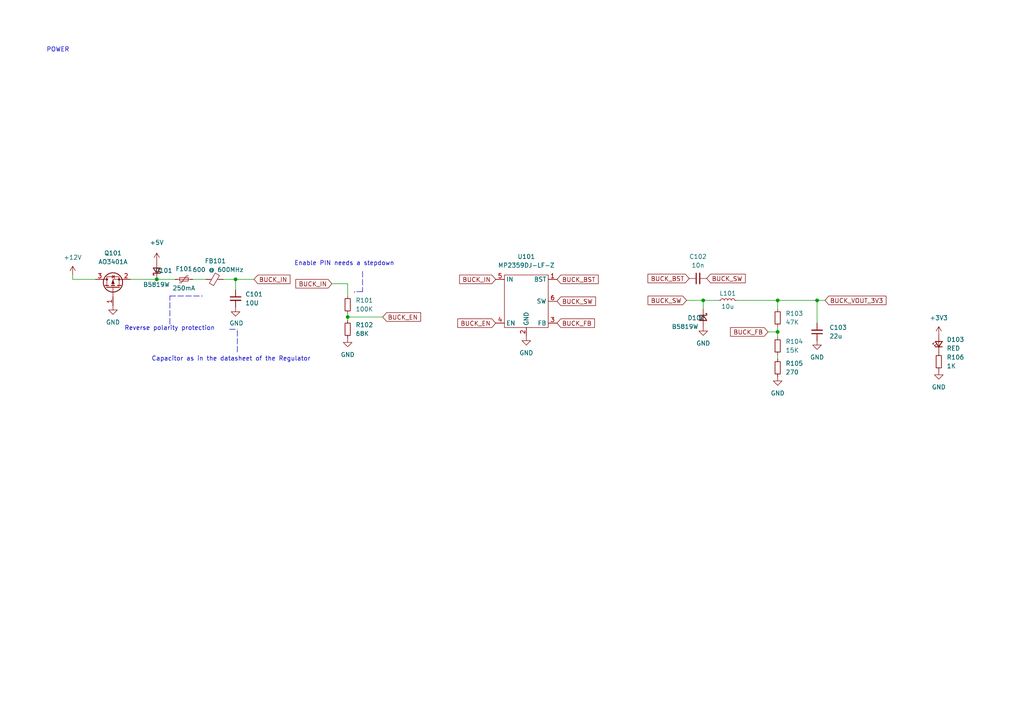
<source format=kicad_sch>
(kicad_sch (version 20211123) (generator eeschema)
  (paper "A4")
  (lib_symbols
    (symbol "Converter_DCDC:MP2359DJ-LF-Z"
      (property "Reference" "U?" (at -1.27 1.524 0))
      (property "Value" "MP2359DJ-LF-Z" (at -1.27 -1.016 0))
      (symbol "MP2359DJ-LF-Z_0_0"
        (pin passive line (at 7.62 -5.08 180) (length 2.54) (name "BST") (number "1"))
        (pin power_in line (at -1.27 -21.59 90) (length 2.54) (name "GND") (number "2"))
        (pin input line (at 7.62 -17.78 180) (length 2.54) (name "FB") (number "3"))
        (pin input line (at -10.16 -17.78 0) (length 2.54) (name "EN") (number "4"))
        (pin input line (at -10.16 -5.08 0) (length 2.54) (name "IN") (number "5"))
        (pin output line (at 7.62 -11.43 180) (length 2.54) (name "SW") (number "6"))
      )
      (symbol "MP2359DJ-LF-Z_0_1"
        (rectangle (start 5.08 -19.05) (end -7.62 -3.81))
      )
    )
    (symbol "Device:C_Small" (pin_numbers hide) (pin_names (offset 0.254) hide)
      (property "Reference" "C" (at 0.254 1.778 0))
      (property "Value" "C_Small" (at 0.254 -2.032 0))
      (symbol "C_Small_0_1"
        (polyline (pts (xy -1.524 -0.508) (xy 1.524 -0.508)) (stroke (width 0.3302)))
        (polyline (pts (xy -1.524 0.508) (xy 1.524 0.508)) (stroke (width 0.3048)))
      )
      (symbol "C_Small_1_1"
        (pin passive line (at 0 2.54 270) (length 2.032) (name "~") (number "1"))
        (pin passive line (at 0 -2.54 90) (length 2.032) (name "~") (number "2"))
      )
    )
    (symbol "Device:D_Schottky_Small" (pin_numbers hide) (pin_names (offset 0.254) hide)
      (property "Reference" "D" (at -1.27 2.032 0))
      (property "Value" "D_Schottky_Small" (at -7.112 -2.032 0))
      (symbol "D_Schottky_Small_0_1"
        (polyline (pts (xy -0.762 0) (xy 0.762 0)))
        (polyline (pts (xy 0.762 -1.016) (xy -0.762 0) (xy 0.762 1.016) (xy 0.762 -1.016)) (stroke (width 0.254)))
        (polyline (pts (xy -1.27 0.762) (xy -1.27 1.016) (xy -0.762 1.016) (xy -0.762 -1.016) (xy -0.254 -1.016) (xy -0.254 -0.762)) (stroke (width 0.254)))
      )
      (symbol "D_Schottky_Small_1_1"
        (pin passive line (at -2.54 0 0) (length 1.778) (name "K") (number "1"))
        (pin passive line (at 2.54 0 180) (length 1.778) (name "A") (number "2"))
      )
    )
    (symbol "Device:FerriteBead_Small" (pin_numbers hide) (pin_names (offset 0))
      (property "Reference" "FB" (at 1.905 1.27 0))
      (property "Value" "FerriteBead_Small" (at 1.905 -1.27 0))
      (symbol "FerriteBead_Small_0_1"
        (polyline (pts (xy 0 -1.27) (xy 0 -0.7874)))
        (polyline (pts (xy 0 0.889) (xy 0 1.2954)))
        (polyline (pts (xy -1.8288 0.2794) (xy -1.1176 1.4986) (xy 1.8288 -0.2032) (xy 1.1176 -1.4224) (xy -1.8288 0.2794)))
      )
      (symbol "FerriteBead_Small_1_1"
        (pin passive line (at 0 2.54 270) (length 1.27) (name "~") (number "1"))
        (pin passive line (at 0 -2.54 90) (length 1.27) (name "~") (number "2"))
      )
    )
    (symbol "Device:LED_Small" (pin_numbers hide) (pin_names (offset 0.254) hide)
      (property "Reference" "D" (at -1.27 3.175 0))
      (property "Value" "LED_Small" (at -4.445 -2.54 0))
      (symbol "LED_Small_0_1"
        (polyline (pts (xy -0.762 -1.016) (xy -0.762 1.016)) (stroke (width 0.254)))
        (polyline (pts (xy 1.016 0) (xy -0.762 0)))
        (polyline (pts (xy 0.762 -1.016) (xy -0.762 0) (xy 0.762 1.016) (xy 0.762 -1.016)) (stroke (width 0.254)))
        (polyline (pts (xy 0 0.762) (xy -0.508 1.27) (xy -0.254 1.27) (xy -0.508 1.27) (xy -0.508 1.016)))
        (polyline (pts (xy 0.508 1.27) (xy 0 1.778) (xy 0.254 1.778) (xy 0 1.778) (xy 0 1.524)))
      )
      (symbol "LED_Small_1_1"
        (pin passive line (at -2.54 0 0) (length 1.778) (name "K") (number "1"))
        (pin passive line (at 2.54 0 180) (length 1.778) (name "A") (number "2"))
      )
    )
    (symbol "Device:L_Small" (pin_numbers hide) (pin_names (offset 0.254) hide)
      (property "Reference" "L" (at 0.762 1.016 0))
      (property "Value" "L_Small" (at 0.762 -1.016 0))
      (symbol "L_Small_0_1"
        (arc (start 0 -2.032) (mid 0.508 -1.524) (end 0 -1.016))
        (arc (start 0 -1.016) (mid 0.508 -0.508) (end 0 0))
        (arc (start 0 0) (mid 0.508 0.508) (end 0 1.016))
        (arc (start 0 1.016) (mid 0.508 1.524) (end 0 2.032))
      )
      (symbol "L_Small_1_1"
        (pin passive line (at 0 2.54 270) (length 0.508) (name "~") (number "1"))
        (pin passive line (at 0 -2.54 90) (length 0.508) (name "~") (number "2"))
      )
    )
    (symbol "Device:Polyfuse_Small" (pin_numbers hide) (pin_names (offset 0))
      (property "Reference" "F" (at -1.905 0 90))
      (property "Value" "Polyfuse_Small" (at 1.905 0 90))
      (symbol "Polyfuse_Small_0_1"
        (rectangle (start -0.508 1.27) (end 0.508 -1.27))
        (polyline (pts (xy 0 2.54) (xy 0 -2.54)))
        (polyline (pts (xy -1.016 1.27) (xy -1.016 0.762) (xy 1.016 -0.762) (xy 1.016 -1.27)))
      )
      (symbol "Polyfuse_Small_1_1"
        (pin passive line (at 0 2.54 270) (length 0.635) (name "~") (number "1"))
        (pin passive line (at 0 -2.54 90) (length 0.635) (name "~") (number "2"))
      )
    )
    (symbol "Device:R_Small" (pin_numbers hide) (pin_names (offset 0.254) hide)
      (property "Reference" "R" (at 0.762 0.508 0))
      (property "Value" "R_Small" (at 0.762 -1.016 0))
      (symbol "R_Small_0_1"
        (rectangle (start -0.762 1.778) (end 0.762 -1.778) (stroke (width 0.2032)))
      )
      (symbol "R_Small_1_1"
        (pin passive line (at 0 2.54 270) (length 0.762) (name "~") (number "1"))
        (pin passive line (at 0 -2.54 90) (length 0.762) (name "~") (number "2"))
      )
    )
    (symbol "Transistor_FET:AO3401A" (pin_names hide)
      (property "Reference" "Q" (at 5.08 1.905 0))
      (property "Value" "AO3401A" (at 5.08 0 0))
      (symbol "AO3401A_0_1"
        (polyline (pts (xy 0.254 0) (xy -2.54 0)))
        (polyline (pts (xy 0.254 1.905) (xy 0.254 -1.905)) (stroke (width 0.254)))
        (polyline (pts (xy 0.762 -1.27) (xy 0.762 -2.286)) (stroke (width 0.254)))
        (polyline (pts (xy 0.762 0.508) (xy 0.762 -0.508)) (stroke (width 0.254)))
        (polyline (pts (xy 0.762 2.286) (xy 0.762 1.27)) (stroke (width 0.254)))
        (polyline (pts (xy 2.54 2.54) (xy 2.54 1.778)))
        (polyline (pts (xy 2.54 -2.54) (xy 2.54 0) (xy 0.762 0)))
        (polyline (pts (xy 0.762 1.778) (xy 3.302 1.778) (xy 3.302 -1.778) (xy 0.762 -1.778)))
        (polyline (pts (xy 2.286 0) (xy 1.27 0.381) (xy 1.27 -0.381) (xy 2.286 0)) (fill (type outline)))
        (polyline (pts (xy 2.794 -0.508) (xy 2.921 -0.381) (xy 3.683 -0.381) (xy 3.81 -0.254)))
        (polyline (pts (xy 3.302 -0.381) (xy 2.921 0.254) (xy 3.683 0.254) (xy 3.302 -0.381)))
        (circle (center 1.651 0) (radius 2.794) (stroke (width 0.254)))
        (circle (center 2.54 -1.778) (radius 0.254) (fill (type outline)))
        (circle (center 2.54 1.778) (radius 0.254) (fill (type outline)))
      )
      (symbol "AO3401A_1_1"
        (pin input line (at -5.08 0 0) (length 2.54) (name "G") (number "1"))
        (pin passive line (at 2.54 -5.08 90) (length 2.54) (name "S") (number "2"))
        (pin passive line (at 2.54 5.08 270) (length 2.54) (name "D") (number "3"))
      )
    )
    (symbol "power:+12V" (power) (pin_names (offset 0))
      (property "Value" "+12V" (at 0 3.556 0))
      (symbol "+12V_0_1"
        (polyline (pts (xy -0.762 1.27) (xy 0 2.54)))
        (polyline (pts (xy 0 0) (xy 0 2.54)))
        (polyline (pts (xy 0 2.54) (xy 0.762 1.27)))
      )
      (symbol "+12V_1_1"
        (pin power_in line (at 0 0 90) (length 0) hide (name "+12V") (number "1"))
      )
    )
    (symbol "power:+3.3V" (power) (pin_names (offset 0))
      (property "Value" "+3.3V" (at 0 3.556 0))
      (symbol "+3.3V_0_1"
        (polyline (pts (xy -0.762 1.27) (xy 0 2.54)))
        (polyline (pts (xy 0 0) (xy 0 2.54)))
        (polyline (pts (xy 0 2.54) (xy 0.762 1.27)))
      )
      (symbol "+3.3V_1_1"
        (pin power_in line (at 0 0 90) (length 0) hide (name "+3V3") (number "1"))
      )
    )
    (symbol "power:+5V" (power) (pin_names (offset 0))
      (property "Value" "+5V" (at 0 3.556 0))
      (symbol "+5V_0_1"
        (polyline (pts (xy -0.762 1.27) (xy 0 2.54)))
        (polyline (pts (xy 0 0) (xy 0 2.54)))
        (polyline (pts (xy 0 2.54) (xy 0.762 1.27)))
      )
      (symbol "+5V_1_1"
        (pin power_in line (at 0 0 90) (length 0) hide (name "+5V") (number "1"))
      )
    )
    (symbol "power:GND" (power) (pin_names (offset 0))
      (property "Value" "GND" (at 0 -3.81 0))
      (symbol "GND_0_1"
        (polyline (pts (xy 0 0) (xy 0 -1.27) (xy 1.27 -1.27) (xy 0 -2.54) (xy -1.27 -1.27) (xy 0 -1.27)))
      )
      (symbol "GND_1_1"
        (pin power_in line (at 0 0 270) (length 0) hide (name "GND") (number "1"))
      )
    )
  )
  (junction (at 68.326 81.026))
  (junction (at 236.982 87.122))
  (junction (at 225.552 87.122))
  (junction (at 225.552 96.266))
  (junction (at 100.838 91.948))
  (junction (at 45.466 81.026))
  (junction (at 203.962 87.122))
  (polyline (pts (xy 68.834 102.108) (xy 68.834 95.504)))
  (wire (pts (xy 96.266 82.296) (xy 100.838 82.296)))
  (wire (pts (xy 225.552 94.742) (xy 225.552 96.266)))
  (wire (pts (xy 225.552 96.266) (xy 225.552 97.79)))
  (polyline (pts (xy 105.156 84.582) (xy 102.87 84.582)))
  (wire (pts (xy 213.614 87.122) (xy 225.552 87.122)))
  (wire (pts (xy 236.982 87.122) (xy 239.268 87.122)))
  (wire (pts (xy 203.962 87.122) (xy 208.534 87.122)))
  (polyline (pts (xy 49.276 85.852) (xy 58.674 85.852)))
  (polyline (pts (xy 105.156 78.74) (xy 105.156 84.582)))
  (polyline (pts (xy 102.87 84.582) (xy 102.87 84.836)))
  (wire (pts (xy 225.552 102.87) (xy 225.552 104.14)))
  (wire (pts (xy 68.326 81.026) (xy 73.66 81.026)))
  (wire (pts (xy 68.326 81.026) (xy 68.326 84.074)))
  (wire (pts (xy 37.846 81.026) (xy 45.466 81.026)))
  (wire (pts (xy 64.77 81.026) (xy 68.326 81.026)))
  (wire (pts (xy 222.758 96.266) (xy 225.552 96.266)))
  (wire (pts (xy 225.552 87.122) (xy 236.982 87.122)))
  (wire (pts (xy 225.552 87.122) (xy 225.552 89.662)))
  (wire (pts (xy 55.88 81.026) (xy 59.69 81.026)))
  (wire (pts (xy 100.838 91.948) (xy 100.838 92.964)))
  (wire (pts (xy 199.136 87.122) (xy 203.962 87.122)))
  (wire (pts (xy 100.838 90.932) (xy 100.838 91.948)))
  (polyline (pts (xy 49.276 93.98) (xy 49.276 85.852)))
  (wire (pts (xy 100.838 82.296) (xy 100.838 85.852)))
  (polyline (pts (xy 66.548 95.504) (xy 68.834 95.504)))
  (wire (pts (xy 100.838 91.948) (xy 110.998 91.948)))
  (wire (pts (xy 236.982 87.122) (xy 236.982 93.726)))
  (wire (pts (xy 21.082 79.756) (xy 21.082 81.026)))
  (wire (pts (xy 21.082 81.026) (xy 27.686 81.026)))
  (wire (pts (xy 45.466 81.026) (xy 50.8 81.026)))
  (wire (pts (xy 203.962 87.122) (xy 203.962 89.662)))
  (text "Reverse polarity protection\n" (at 36.068 96.012 0) (effects (font (size 1.27 1.27)) (justify left bottom)))
  (text "POWER\n" (at 13.462 15.24 0) (effects (font (size 1.27 1.27)) (justify left bottom)))
  (text "Enable PIN needs a stepdown\n" (at 85.344 77.216 0) (effects (font (size 1.27 1.27)) (justify left bottom)))
  (text "Capacitor as in the datasheet of the Regulator\n" (at 43.942 104.902 0) (effects (font (size 1.27 1.27)) (justify left bottom)))
  (global_label "BUCK_EN" (shape input) (at 110.998 91.948 0) (property "Intersheet References" "${INTERSHEET_REFS}" (effects hide)))
  (global_label "BUCK_FB" (shape input) (at 222.758 96.266 180) (property "Intersheet References" "${INTERSHEET_REFS}" (effects hide)))
  (global_label "BUCK_VOUT_3V3" (shape input) (at 239.268 87.122 0) (property "Intersheet References" "${INTERSHEET_REFS}" (effects hide)))
  (global_label "BUCK_IN" (shape input) (at 143.764 81.026 180) (property "Intersheet References" "${INTERSHEET_REFS}" (effects hide)))
  (global_label "BUCK_SW" (shape input) (at 199.136 87.122 180) (property "Intersheet References" "${INTERSHEET_REFS}" (effects hide)))
  (global_label "BUCK_IN" (shape input) (at 96.266 82.296 180) (property "Intersheet References" "${INTERSHEET_REFS}" (effects hide)))
  (global_label "BUCK_FB" (shape input) (at 161.544 93.726 0) (property "Intersheet References" "${INTERSHEET_REFS}" (effects hide)))
  (global_label "BUCK_IN" (shape input) (at 73.66 81.026 0) (property "Intersheet References" "${INTERSHEET_REFS}" (effects hide)))
  (global_label "BUCK_SW" (shape input) (at 204.978 80.772 0) (property "Intersheet References" "${INTERSHEET_REFS}" (effects hide)))
  (global_label "BUCK_BST" (shape input) (at 161.544 81.026 0) (property "Intersheet References" "${INTERSHEET_REFS}" (effects hide)))
  (global_label "BUCK_SW" (shape input) (at 161.544 87.376 0) (property "Intersheet References" "${INTERSHEET_REFS}" (effects hide)))
  (global_label "BUCK_EN" (shape input) (at 143.764 93.726 180) (property "Intersheet References" "${INTERSHEET_REFS}" (effects hide)))
  (global_label "BUCK_BST" (shape input) (at 199.898 80.772 180) (property "Intersheet References" "${INTERSHEET_REFS}" (effects hide)))
  (symbol (lib_id "Device:D_Schottky_Small") (at 45.466 78.486 90) (unit 1)
    (property "Reference" "D101" (at 50.038 78.486 90) (effects (justify left)))
    (property "Value" "B5819W" (at 49.276 82.55 90) (effects (justify left)))
    (property "Footprint" "Diode_SMD:D_SOD-123" (effects hide))
    (property "Datasheet" "https://jlcpcb.com/parts/componentSearch?isSearch=true&searchTxt=12pf%200402" (effects hide))
    (property "LCSC Part #" "C8598" (effects hide))
  )
  (symbol (lib_id "Device:LED_Small") (at 272.288 99.822 90) (unit 1)
    (property "Reference" "D103" (at 274.574 98.4884 90) (effects (justify right)))
    (property "Value" "RED" (at 274.574 101.0284 90) (effects (justify right)))
    (property "Footprint" "LED_SMD:LED_0603_1608Metric" (effects hide))
    (property "Datasheet" "https://jlcpcb.com/parts/componentSearch?isSearch=true&searchTxt=12pf%200402" (effects hide))
    (property "LCSC Part #" "C2286" (effects hide))
  )
  (symbol (lib_id "power:GND") (at 100.838 98.044 0) (unit 1)
    (property "Reference" "#PWR0114" (effects hide))
    (property "Value" "GND" (at 100.838 102.87 0))
  )
  (symbol (lib_id "power:+12V") (at 21.082 79.756 0) (unit 1)
    (property "Reference" "#PWR0110" (effects hide))
    (property "Value" "+12V" (at 21.082 74.676 0))
  )
  (symbol (lib_id "Device:R_Small") (at 100.838 95.504 180) (unit 1)
    (property "Reference" "R102" (at 103.124 94.2339 0) (effects (justify right)))
    (property "Value" "68K" (at 103.124 96.7739 0) (effects (justify right)))
    (property "Footprint" "Resistor_SMD:R_0603_1608Metric" (effects hide))
    (property "LCSC Part #" "C23231" (effects hide))
  )
  (symbol (lib_id "Device:C_Small") (at 68.326 86.614 0) (unit 1)
    (property "Reference" "C101" (at 71.12 85.3502 0) (effects (justify left)))
    (property "Value" "10U" (at 71.12 87.8902 0) (effects (justify left)))
    (property "Footprint" "Capacitor_SMD:C_1206_3216Metric" (effects hide))
    (property "LCSC Part #" "C13585" (effects hide))
  )
  (symbol (lib_id "power:GND") (at 272.288 107.442 0) (unit 1)
    (property "Reference" "#PWR0134" (effects hide))
    (property "Value" "GND" (at 272.288 112.268 0))
  )
  (symbol (lib_id "Device:C_Small") (at 236.982 96.266 180) (unit 1)
    (property "Reference" "C103" (at 240.538 94.9895 0) (effects (justify right)))
    (property "Value" "22u" (at 240.538 97.5295 0) (effects (justify right)))
    (property "Footprint" "Capacitor_SMD:C_1206_3216Metric" (effects hide))
    (property "Datasheet" "https://jlcpcb.com/parts/componentSearch?isSearch=true&searchTxt=12pf%200402" (effects hide))
    (property "LCSC Part #" "C12891" (effects hide))
  )
  (symbol (lib_id "Device:Polyfuse_Small") (at 53.34 81.026 90) (unit 1)
    (property "Reference" "F101" (at 53.34 77.978 90))
    (property "Value" "250mA" (at 53.34 83.566 90))
    (property "Footprint" "Fuse:Fuse_0603_1608Metric" (effects hide))
    (property "Datasheet" "https://jlcpcb.com/parts/componentSearch?isSecondLevel=true&name=Fuses%20&firstName=Circuit%20Protection" (effects hide))
    (property "LCSC Part #" "C151137" (effects hide))
  )
  (symbol (lib_id "Transistor_FET:AO3401A") (at 32.766 83.566 90) (unit 1)
    (property "Reference" "Q101" (at 32.766 73.406 90))
    (property "Value" "AO3401A" (at 32.766 75.946 90))
    (property "Footprint" "Package_TO_SOT_SMD:SOT-23" (effects hide))
    (property "Datasheet" "http://www.aosmd.com/pdfs/datasheet/AO3401A.pdf" (effects hide))
    (property "LCSC Part #" "C15127" (effects hide))
  )
  (symbol (lib_id "Device:C_Small") (at 202.438 80.772 90) (unit 1)
    (property "Reference" "C102" (at 202.4443 74.422 90))
    (property "Value" "10n" (at 202.4443 76.962 90))
    (property "Footprint" "Capacitor_SMD:C_0603_1608Metric" (effects hide))
    (property "Datasheet" "https://jlcpcb.com/parts/componentSearch?isSearch=true&searchTxt=12pf%200402" (effects hide))
    (property "LCSC Part #" "C57112" (effects hide))
  )
  (symbol (lib_id "power:GND") (at 152.654 97.536 0) (unit 1)
    (property "Reference" "#PWR0127" (effects hide))
    (property "Value" "GND" (at 152.654 102.362 0))
  )
  (symbol (lib_id "Converter_DCDC:MP2359DJ-LF-Z") (at 153.924 75.946 0) (unit 1)
    (property "Reference" "U101" (at 152.654 74.422 0))
    (property "Value" "MP2359DJ-LF-Z" (at 152.654 76.962 0))
    (property "Footprint" "Package_TO_SOT_SMD:SOT-23-6" (effects hide))
    (property "LCSC Part #" "C14259" (effects hide))
  )
  (symbol (lib_id "Device:R_Small") (at 100.838 88.392 180) (unit 1)
    (property "Reference" "R101" (at 103.124 87.1219 0) (effects (justify right)))
    (property "Value" "100K" (at 103.124 89.6619 0) (effects (justify right)))
    (property "Footprint" "Resistor_SMD:R_0603_1608Metric" (effects hide))
    (property "LCSC Part #" "C25803" (effects hide))
  )
  (symbol (lib_id "Device:D_Schottky_Small") (at 203.962 92.202 270) (unit 1)
    (property "Reference" "D102" (at 199.39 92.202 90) (effects (justify left)))
    (property "Value" "B5819W" (at 194.818 94.742 90) (effects (justify left)))
    (property "Footprint" "Diode_SMD:D_SOD-123" (effects hide))
    (property "Datasheet" "https://jlcpcb.com/parts/componentSearch?isSearch=true&searchTxt=12pf%200402" (effects hide))
    (property "LCSC Part #" "C8598" (effects hide))
  )
  (symbol (lib_id "power:+3.3V") (at 272.288 97.282 0) (unit 1)
    (property "Reference" "#PWR0132" (effects hide))
    (property "Value" "+3.3V" (at 272.288 92.202 0))
  )
  (symbol (lib_id "Device:R_Small") (at 225.552 100.33 180) (unit 1)
    (property "Reference" "R104" (at 227.838 99.0599 0) (effects (justify right)))
    (property "Value" "15K" (at 227.838 101.5999 0) (effects (justify right)))
    (property "Footprint" "Resistor_SMD:R_0603_1608Metric" (effects hide))
    (property "LCSC Part #" "C22809" (effects hide))
  )
  (symbol (lib_id "Device:R_Small") (at 225.552 106.68 180) (unit 1)
    (property "Reference" "R105" (at 227.838 105.4099 0) (effects (justify right)))
    (property "Value" "270" (at 227.838 107.9499 0) (effects (justify right)))
    (property "Footprint" "Resistor_SMD:R_0603_1608Metric" (effects hide))
    (property "LCSC Part #" "C22966" (effects hide))
  )
  (symbol (lib_id "power:GND") (at 203.962 94.742 0) (unit 1)
    (property "Reference" "#PWR0129" (effects hide))
    (property "Value" "GND" (at 203.962 99.568 0))
  )
  (symbol (lib_id "Device:R_Small") (at 225.552 92.202 180) (unit 1)
    (property "Reference" "R103" (at 227.838 90.9319 0) (effects (justify right)))
    (property "Value" "47K" (at 227.838 93.4719 0) (effects (justify right)))
    (property "Footprint" "Resistor_SMD:R_0603_1608Metric" (effects hide))
    (property "LCSC Part #" "C25819" (effects hide))
  )
  (symbol (lib_id "power:GND") (at 68.326 89.154 0) (unit 1)
    (property "Reference" "#PWR0113" (effects hide))
    (property "Value" "GND" (at 68.58 93.726 0))
  )
  (symbol (lib_id "power:GND") (at 236.982 98.806 0) (unit 1)
    (property "Reference" "#PWR0131" (effects hide))
    (property "Value" "GND" (at 236.982 103.632 0))
  )
  (symbol (lib_id "Device:FerriteBead_Small") (at 62.23 81.026 90) (unit 1)
    (property "Reference" "FB101" (at 62.484 75.692 90))
    (property "Value" "600 @ 600MHz" (at 63.246 78.232 90))
    (property "Footprint" "Inductor_SMD:L_0805_2012Metric" (effects hide))
    (property "Datasheet" "https://jlcpcb.com/parts/componentSearch?isSecondLevel=true&name=Ferrite%20Beads%20&firstName=filters%2Femi%20Optimization" (effects hide))
    (property "LCSC Part #" "C1017" (effects hide))
  )
  (symbol (lib_id "power:GND") (at 225.552 109.22 0) (unit 1)
    (property "Reference" "#PWR0130" (effects hide))
    (property "Value" "GND" (at 225.552 114.046 0))
  )
  (symbol (lib_id "Device:R_Small") (at 272.288 104.902 180) (unit 1)
    (property "Reference" "R106" (at 274.574 103.6319 0) (effects (justify right)))
    (property "Value" "1K" (at 274.574 106.1719 0) (effects (justify right)))
    (property "Footprint" "Resistor_SMD:R_0603_1608Metric" (effects hide))
    (property "LCSC Part #" "C21190" (effects hide))
  )
  (symbol (lib_id "Device:L_Small") (at 211.074 87.122 90) (unit 1)
    (property "Reference" "L101" (at 211.074 85.09 90))
    (property "Value" "10u" (at 211.074 88.9 90))
    (property "Footprint" "Inductor_SMD:L_Sunlord_MWSA0518_5.4x5.2mm" (effects hide))
    (property "Datasheet" "https://jlcpcb.com/parts/componentSearch?isFirstLevel=true&firstName=inductors%2Fcoils%2Ftransformers" (effects hide))
    (property "LCSC Part #" "C139506" (effects hide))
  )
  (symbol (lib_id "power:GND") (at 32.766 88.646 0) (unit 1)
    (property "Reference" "#PWR0111" (effects hide))
    (property "Value" "GND" (at 32.766 93.472 0))
  )
  (symbol (lib_id "power:+5V") (at 45.466 75.946 0) (unit 1)
    (property "Reference" "#PWR0112" (effects hide))
    (property "Value" "+5V" (at 45.466 70.358 0))
  )
)
</source>
